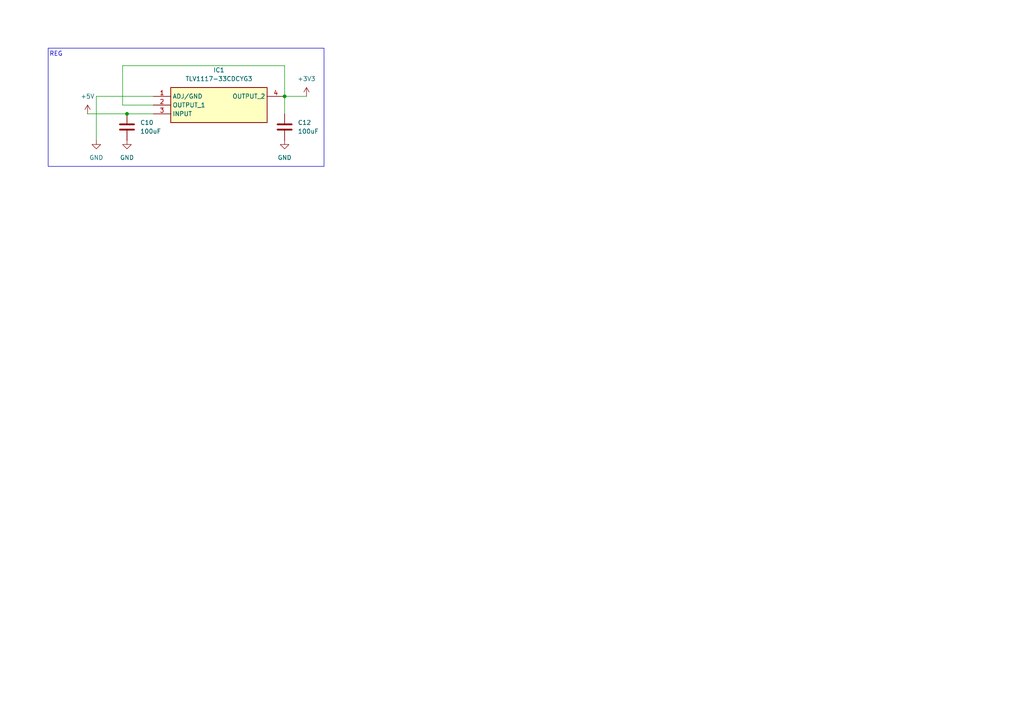
<source format=kicad_sch>
(kicad_sch (version 20231120) (generator "eeschema") (generator_version "8.0")
  (paper "A4")
  (lib_symbols
    (symbol "Device:C" (pin_numbers hide) (pin_names (offset 0.254))
      (property "Reference" "C" (at 0.635 2.54 0))
      (property "Value" "C" (at 0.635 -2.54 0))
      (symbol "C_0_1"
        (polyline (pts (xy -2.032 -0.762) (xy 2.032 -0.762)) (stroke (width 0.508)))
        (polyline (pts (xy -2.032 0.762) (xy 2.032 0.762)) (stroke (width 0.508)))
      )
      (symbol "C_1_1"
        (pin passive line (at 0 3.81 270) (length 2.794) (name "~") (number "1"))
        (pin passive line (at 0 -3.81 90) (length 2.794) (name "~") (number "2"))
      )
    )
    (symbol "Samacsys:TLV1117-33CDCYG3"
      (property "Reference" "IC" (at 34.29 7.62 0))
      (property "Value" "TLV1117-33CDCYG3" (at 34.29 5.08 0))
      (symbol "TLV1117-33CDCYG3_1_1"
        (rectangle (start 5.08 2.54) (end 33.02 -7.62) (stroke (width 0.254)) (fill (type background)))
        (pin passive line (at 0 0 0) (length 5.08) (name "ADJ/GND") (number "1"))
        (pin passive line (at 0 -2.54 0) (length 5.08) (name "OUTPUT_1") (number "2"))
        (pin passive line (at 0 -5.08 0) (length 5.08) (name "INPUT") (number "3"))
        (pin passive line (at 38.1 0 180) (length 5.08) (name "OUTPUT_2") (number "4"))
      )
    )
    (symbol "power:+3V3" (power) (pin_numbers hide) (pin_names (offset 0) hide)
      (property "Value" "+3V3" (at 0 3.556 0))
      (symbol "+3V3_0_1"
        (polyline (pts (xy -0.762 1.27) (xy 0 2.54)))
        (polyline (pts (xy 0 0) (xy 0 2.54)))
        (polyline (pts (xy 0 2.54) (xy 0.762 1.27)))
      )
      (symbol "+3V3_1_1"
        (pin power_in line (at 0 0 90) (length 0) (name "~") (number "1"))
      )
    )
    (symbol "power:+5V" (power) (pin_numbers hide) (pin_names (offset 0) hide)
      (property "Value" "+5V" (at 0 3.556 0))
      (symbol "+5V_0_1"
        (polyline (pts (xy -0.762 1.27) (xy 0 2.54)))
        (polyline (pts (xy 0 0) (xy 0 2.54)))
        (polyline (pts (xy 0 2.54) (xy 0.762 1.27)))
      )
      (symbol "+5V_1_1"
        (pin power_in line (at 0 0 90) (length 0) (name "~") (number "1"))
      )
    )
    (symbol "power:GND" (power) (pin_numbers hide) (pin_names (offset 0) hide)
      (property "Value" "GND" (at 0 -3.81 0))
      (symbol "GND_0_1"
        (polyline (pts (xy 0 0) (xy 0 -1.27) (xy 1.27 -1.27) (xy 0 -2.54) (xy -1.27 -1.27) (xy 0 -1.27)))
      )
      (symbol "GND_1_1"
        (pin power_in line (at 0 0 270) (length 0) (name "~") (number "1"))
      )
    )
  )
  (junction (at 82.55 27.94))
  (junction (at 36.83 33.02))
  (wire (pts (xy 44.45 30.48) (xy 35.56 30.48)))
  (wire (pts (xy 25.4 33.02) (xy 36.83 33.02)))
  (wire (pts (xy 36.83 33.02) (xy 44.45 33.02)))
  (wire (pts (xy 82.55 33.02) (xy 82.55 27.94)))
  (wire (pts (xy 27.94 27.94) (xy 27.94 40.64)))
  (wire (pts (xy 44.45 27.94) (xy 27.94 27.94)))
  (wire (pts (xy 35.56 30.48) (xy 35.56 19.05)))
  (wire (pts (xy 35.56 19.05) (xy 82.55 19.05)))
  (wire (pts (xy 82.55 27.94) (xy 88.9 27.94)))
  (wire (pts (xy 82.55 19.05) (xy 82.55 27.94)))
  (rectangle (start 13.97 13.97) (end 93.98 48.26))
  (text "REG" (at 16.256 15.748 0) (effects (font (size 1.27 1.27))))
  (symbol (lib_id "power:GND") (at 36.83 40.64 0) (unit 1)
    (property "Reference" "#PWR016" (effects (hide yes)))
    (property "Value" "GND" (at 36.83 45.72 0))
    (property "Description" "Power symbol creates a global label with name \"GND\" , ground" (effects (hide yes)))
  )
  (symbol (lib_id "power:GND") (at 27.94 40.64 0) (unit 1)
    (property "Reference" "#PWR013" (effects (hide yes)))
    (property "Value" "GND" (at 27.94 45.72 0))
    (property "Description" "Power symbol creates a global label with name \"GND\" , ground" (effects (hide yes)))
  )
  (symbol (lib_id "power:+3V3") (at 88.9 27.94 0) (unit 1)
    (property "Reference" "#PWR022" (effects (hide yes)))
    (property "Value" "+3V3" (at 88.9 22.86 0))
    (property "Description" "Power symbol creates a global label with name \"+3V3\"" (effects (hide yes)))
  )
  (symbol (lib_id "Samacsys:TLV1117-33CDCYG3") (at 44.45 27.94 0) (unit 1)
    (property "Reference" "IC1" (at 63.5 20.32 0))
    (property "Value" "TLV1117-33CDCYG3" (at 63.5 22.86 0))
    (property "Footprint" "Samacsys:SOT230P700X180-4N" (effects (hide yes)))
    (property "Datasheet" "https://www.ti.com/lit/gpn/tlv1117" (effects (hide yes)))
    (property "Description" "LDO Regulator Pos 3.3V 0.8A 4-Pin(3+Tab) SOT-223 Tube" (effects (hide yes)))
    (property "Height" "1.8" (effects (hide yes)))
    (property "Manufacturer_Name" "Texas Instruments" (effects (hide yes)))
    (property "Manufacturer_Part_Number" "TLV1117-33CDCYG3" (effects (hide yes)))
    (property "Mouser Part Number" "595-TLV1117-33CDCYG3" (effects (hide yes)))
    (property "Mouser Price/Stock" "https://www.mouser.co.uk/ProductDetail/Texas-Instruments/TLV1117-33CDCYG3?qs=LVErsypW30y20stRdpvi3w%3D%3D" (effects (hide yes)))
    (property "Arrow Part Number" "TLV1117-33CDCYG3" (effects (hide yes)))
    (property "Arrow Price/Stock" "https://www.arrow.com/en/products/tlv1117-33cdcyg3/texas-instruments" (effects (hide yes)))
  )
  (symbol (lib_id "power:+5V") (at 25.4 33.02 0) (unit 1)
    (property "Reference" "#PWR028" (effects (hide yes)))
    (property "Value" "+5V" (at 25.4 27.94 0))
    (property "Description" "Power symbol creates a global label with name \"+5V\"" (effects (hide yes)))
  )
  (symbol (lib_id "power:GND") (at 82.55 40.64 0) (unit 1)
    (property "Reference" "#PWR021" (effects (hide yes)))
    (property "Value" "GND" (at 82.55 45.72 0))
    (property "Description" "Power symbol creates a global label with name \"GND\" , ground" (effects (hide yes)))
  )
  (symbol (lib_id "Device:C") (at 36.83 36.83 0) (unit 1)
    (property "Reference" "C10" (at 40.64 35.5599 0) (effects (justify left)))
    (property "Value" "100uF" (at 40.64 38.0999 0) (effects (justify left)))
    (property "Footprint" "Capacitor_SMD:C_1206_3216Metric" (effects (hide yes)))
    (property "Description" "Unpolarized capacitor" (effects (hide yes)))
  )
  (symbol (lib_id "Device:C") (at 82.55 36.83 0) (unit 1)
    (property "Reference" "C12" (at 86.36 35.5599 0) (effects (justify left)))
    (property "Value" "100uF" (at 86.36 38.0999 0) (effects (justify left)))
    (property "Footprint" "Capacitor_SMD:C_1206_3216Metric" (effects (hide yes)))
    (property "Description" "Unpolarized capacitor" (effects (hide yes)))
  )
)
</source>
